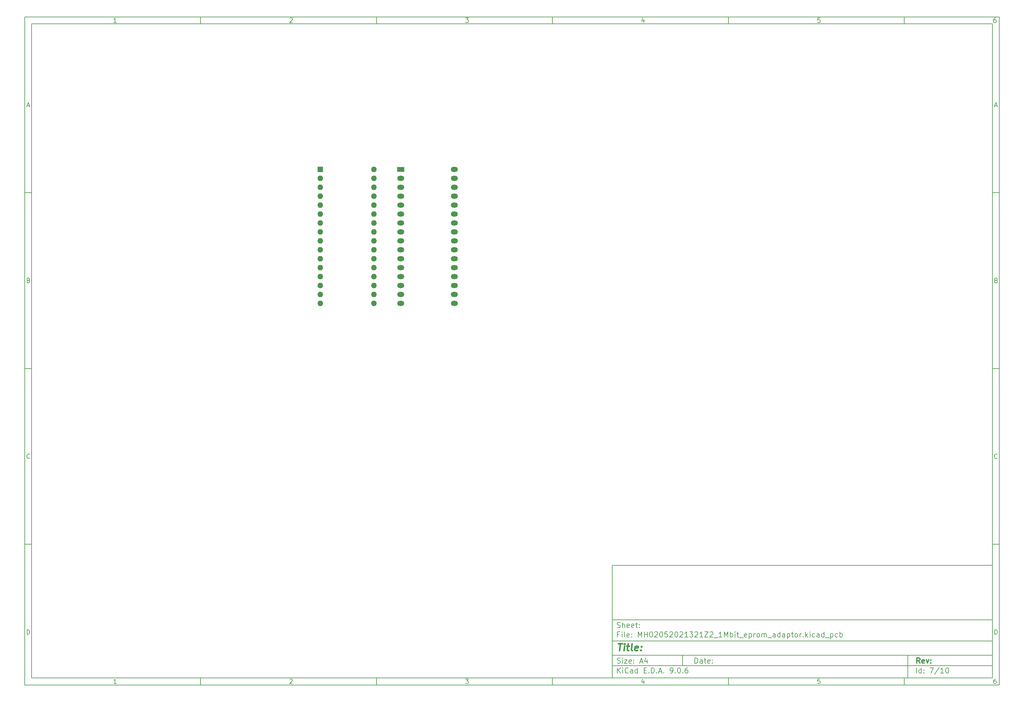
<source format=gbr>
%TF.GenerationSoftware,KiCad,Pcbnew,9.0.6*%
%TF.CreationDate,2026-01-11T11:31:53+09:00*%
%TF.ProjectId,MH02052021321Z2_1Mbit_eprom_adaptor,4d483032-3035-4323-9032-313332315a32,rev?*%
%TF.SameCoordinates,Original*%
%TF.FileFunction,Soldermask,Top*%
%TF.FilePolarity,Negative*%
%FSLAX46Y46*%
G04 Gerber Fmt 4.6, Leading zero omitted, Abs format (unit mm)*
G04 Created by KiCad (PCBNEW 9.0.6) date 2026-01-11 11:31:53*
%MOMM*%
%LPD*%
G01*
G04 APERTURE LIST*
%ADD10C,0.100000*%
%ADD11C,0.150000*%
%ADD12C,0.300000*%
%ADD13C,0.400000*%
%ADD14R,1.600000X1.600000*%
%ADD15O,1.600000X1.600000*%
%ADD16R,2.000000X1.440000*%
%ADD17O,2.000000X1.440000*%
G04 APERTURE END LIST*
D10*
D11*
X177002200Y-166007200D02*
X285002200Y-166007200D01*
X285002200Y-198007200D01*
X177002200Y-198007200D01*
X177002200Y-166007200D01*
D10*
D11*
X10000000Y-10000000D02*
X287002200Y-10000000D01*
X287002200Y-200007200D01*
X10000000Y-200007200D01*
X10000000Y-10000000D01*
D10*
D11*
X12000000Y-12000000D02*
X285002200Y-12000000D01*
X285002200Y-198007200D01*
X12000000Y-198007200D01*
X12000000Y-12000000D01*
D10*
D11*
X60000000Y-12000000D02*
X60000000Y-10000000D01*
D10*
D11*
X110000000Y-12000000D02*
X110000000Y-10000000D01*
D10*
D11*
X160000000Y-12000000D02*
X160000000Y-10000000D01*
D10*
D11*
X210000000Y-12000000D02*
X210000000Y-10000000D01*
D10*
D11*
X260000000Y-12000000D02*
X260000000Y-10000000D01*
D10*
D11*
X36089160Y-11593604D02*
X35346303Y-11593604D01*
X35717731Y-11593604D02*
X35717731Y-10293604D01*
X35717731Y-10293604D02*
X35593922Y-10479319D01*
X35593922Y-10479319D02*
X35470112Y-10603128D01*
X35470112Y-10603128D02*
X35346303Y-10665033D01*
D10*
D11*
X85346303Y-10417414D02*
X85408207Y-10355509D01*
X85408207Y-10355509D02*
X85532017Y-10293604D01*
X85532017Y-10293604D02*
X85841541Y-10293604D01*
X85841541Y-10293604D02*
X85965350Y-10355509D01*
X85965350Y-10355509D02*
X86027255Y-10417414D01*
X86027255Y-10417414D02*
X86089160Y-10541223D01*
X86089160Y-10541223D02*
X86089160Y-10665033D01*
X86089160Y-10665033D02*
X86027255Y-10850747D01*
X86027255Y-10850747D02*
X85284398Y-11593604D01*
X85284398Y-11593604D02*
X86089160Y-11593604D01*
D10*
D11*
X135284398Y-10293604D02*
X136089160Y-10293604D01*
X136089160Y-10293604D02*
X135655826Y-10788842D01*
X135655826Y-10788842D02*
X135841541Y-10788842D01*
X135841541Y-10788842D02*
X135965350Y-10850747D01*
X135965350Y-10850747D02*
X136027255Y-10912652D01*
X136027255Y-10912652D02*
X136089160Y-11036461D01*
X136089160Y-11036461D02*
X136089160Y-11345985D01*
X136089160Y-11345985D02*
X136027255Y-11469795D01*
X136027255Y-11469795D02*
X135965350Y-11531700D01*
X135965350Y-11531700D02*
X135841541Y-11593604D01*
X135841541Y-11593604D02*
X135470112Y-11593604D01*
X135470112Y-11593604D02*
X135346303Y-11531700D01*
X135346303Y-11531700D02*
X135284398Y-11469795D01*
D10*
D11*
X185965350Y-10726938D02*
X185965350Y-11593604D01*
X185655826Y-10231700D02*
X185346303Y-11160271D01*
X185346303Y-11160271D02*
X186151064Y-11160271D01*
D10*
D11*
X236027255Y-10293604D02*
X235408207Y-10293604D01*
X235408207Y-10293604D02*
X235346303Y-10912652D01*
X235346303Y-10912652D02*
X235408207Y-10850747D01*
X235408207Y-10850747D02*
X235532017Y-10788842D01*
X235532017Y-10788842D02*
X235841541Y-10788842D01*
X235841541Y-10788842D02*
X235965350Y-10850747D01*
X235965350Y-10850747D02*
X236027255Y-10912652D01*
X236027255Y-10912652D02*
X236089160Y-11036461D01*
X236089160Y-11036461D02*
X236089160Y-11345985D01*
X236089160Y-11345985D02*
X236027255Y-11469795D01*
X236027255Y-11469795D02*
X235965350Y-11531700D01*
X235965350Y-11531700D02*
X235841541Y-11593604D01*
X235841541Y-11593604D02*
X235532017Y-11593604D01*
X235532017Y-11593604D02*
X235408207Y-11531700D01*
X235408207Y-11531700D02*
X235346303Y-11469795D01*
D10*
D11*
X285965350Y-10293604D02*
X285717731Y-10293604D01*
X285717731Y-10293604D02*
X285593922Y-10355509D01*
X285593922Y-10355509D02*
X285532017Y-10417414D01*
X285532017Y-10417414D02*
X285408207Y-10603128D01*
X285408207Y-10603128D02*
X285346303Y-10850747D01*
X285346303Y-10850747D02*
X285346303Y-11345985D01*
X285346303Y-11345985D02*
X285408207Y-11469795D01*
X285408207Y-11469795D02*
X285470112Y-11531700D01*
X285470112Y-11531700D02*
X285593922Y-11593604D01*
X285593922Y-11593604D02*
X285841541Y-11593604D01*
X285841541Y-11593604D02*
X285965350Y-11531700D01*
X285965350Y-11531700D02*
X286027255Y-11469795D01*
X286027255Y-11469795D02*
X286089160Y-11345985D01*
X286089160Y-11345985D02*
X286089160Y-11036461D01*
X286089160Y-11036461D02*
X286027255Y-10912652D01*
X286027255Y-10912652D02*
X285965350Y-10850747D01*
X285965350Y-10850747D02*
X285841541Y-10788842D01*
X285841541Y-10788842D02*
X285593922Y-10788842D01*
X285593922Y-10788842D02*
X285470112Y-10850747D01*
X285470112Y-10850747D02*
X285408207Y-10912652D01*
X285408207Y-10912652D02*
X285346303Y-11036461D01*
D10*
D11*
X60000000Y-198007200D02*
X60000000Y-200007200D01*
D10*
D11*
X110000000Y-198007200D02*
X110000000Y-200007200D01*
D10*
D11*
X160000000Y-198007200D02*
X160000000Y-200007200D01*
D10*
D11*
X210000000Y-198007200D02*
X210000000Y-200007200D01*
D10*
D11*
X260000000Y-198007200D02*
X260000000Y-200007200D01*
D10*
D11*
X36089160Y-199600804D02*
X35346303Y-199600804D01*
X35717731Y-199600804D02*
X35717731Y-198300804D01*
X35717731Y-198300804D02*
X35593922Y-198486519D01*
X35593922Y-198486519D02*
X35470112Y-198610328D01*
X35470112Y-198610328D02*
X35346303Y-198672233D01*
D10*
D11*
X85346303Y-198424614D02*
X85408207Y-198362709D01*
X85408207Y-198362709D02*
X85532017Y-198300804D01*
X85532017Y-198300804D02*
X85841541Y-198300804D01*
X85841541Y-198300804D02*
X85965350Y-198362709D01*
X85965350Y-198362709D02*
X86027255Y-198424614D01*
X86027255Y-198424614D02*
X86089160Y-198548423D01*
X86089160Y-198548423D02*
X86089160Y-198672233D01*
X86089160Y-198672233D02*
X86027255Y-198857947D01*
X86027255Y-198857947D02*
X85284398Y-199600804D01*
X85284398Y-199600804D02*
X86089160Y-199600804D01*
D10*
D11*
X135284398Y-198300804D02*
X136089160Y-198300804D01*
X136089160Y-198300804D02*
X135655826Y-198796042D01*
X135655826Y-198796042D02*
X135841541Y-198796042D01*
X135841541Y-198796042D02*
X135965350Y-198857947D01*
X135965350Y-198857947D02*
X136027255Y-198919852D01*
X136027255Y-198919852D02*
X136089160Y-199043661D01*
X136089160Y-199043661D02*
X136089160Y-199353185D01*
X136089160Y-199353185D02*
X136027255Y-199476995D01*
X136027255Y-199476995D02*
X135965350Y-199538900D01*
X135965350Y-199538900D02*
X135841541Y-199600804D01*
X135841541Y-199600804D02*
X135470112Y-199600804D01*
X135470112Y-199600804D02*
X135346303Y-199538900D01*
X135346303Y-199538900D02*
X135284398Y-199476995D01*
D10*
D11*
X185965350Y-198734138D02*
X185965350Y-199600804D01*
X185655826Y-198238900D02*
X185346303Y-199167471D01*
X185346303Y-199167471D02*
X186151064Y-199167471D01*
D10*
D11*
X236027255Y-198300804D02*
X235408207Y-198300804D01*
X235408207Y-198300804D02*
X235346303Y-198919852D01*
X235346303Y-198919852D02*
X235408207Y-198857947D01*
X235408207Y-198857947D02*
X235532017Y-198796042D01*
X235532017Y-198796042D02*
X235841541Y-198796042D01*
X235841541Y-198796042D02*
X235965350Y-198857947D01*
X235965350Y-198857947D02*
X236027255Y-198919852D01*
X236027255Y-198919852D02*
X236089160Y-199043661D01*
X236089160Y-199043661D02*
X236089160Y-199353185D01*
X236089160Y-199353185D02*
X236027255Y-199476995D01*
X236027255Y-199476995D02*
X235965350Y-199538900D01*
X235965350Y-199538900D02*
X235841541Y-199600804D01*
X235841541Y-199600804D02*
X235532017Y-199600804D01*
X235532017Y-199600804D02*
X235408207Y-199538900D01*
X235408207Y-199538900D02*
X235346303Y-199476995D01*
D10*
D11*
X285965350Y-198300804D02*
X285717731Y-198300804D01*
X285717731Y-198300804D02*
X285593922Y-198362709D01*
X285593922Y-198362709D02*
X285532017Y-198424614D01*
X285532017Y-198424614D02*
X285408207Y-198610328D01*
X285408207Y-198610328D02*
X285346303Y-198857947D01*
X285346303Y-198857947D02*
X285346303Y-199353185D01*
X285346303Y-199353185D02*
X285408207Y-199476995D01*
X285408207Y-199476995D02*
X285470112Y-199538900D01*
X285470112Y-199538900D02*
X285593922Y-199600804D01*
X285593922Y-199600804D02*
X285841541Y-199600804D01*
X285841541Y-199600804D02*
X285965350Y-199538900D01*
X285965350Y-199538900D02*
X286027255Y-199476995D01*
X286027255Y-199476995D02*
X286089160Y-199353185D01*
X286089160Y-199353185D02*
X286089160Y-199043661D01*
X286089160Y-199043661D02*
X286027255Y-198919852D01*
X286027255Y-198919852D02*
X285965350Y-198857947D01*
X285965350Y-198857947D02*
X285841541Y-198796042D01*
X285841541Y-198796042D02*
X285593922Y-198796042D01*
X285593922Y-198796042D02*
X285470112Y-198857947D01*
X285470112Y-198857947D02*
X285408207Y-198919852D01*
X285408207Y-198919852D02*
X285346303Y-199043661D01*
D10*
D11*
X10000000Y-60000000D02*
X12000000Y-60000000D01*
D10*
D11*
X10000000Y-110000000D02*
X12000000Y-110000000D01*
D10*
D11*
X10000000Y-160000000D02*
X12000000Y-160000000D01*
D10*
D11*
X10690476Y-35222176D02*
X11309523Y-35222176D01*
X10566666Y-35593604D02*
X10999999Y-34293604D01*
X10999999Y-34293604D02*
X11433333Y-35593604D01*
D10*
D11*
X11092857Y-84912652D02*
X11278571Y-84974557D01*
X11278571Y-84974557D02*
X11340476Y-85036461D01*
X11340476Y-85036461D02*
X11402380Y-85160271D01*
X11402380Y-85160271D02*
X11402380Y-85345985D01*
X11402380Y-85345985D02*
X11340476Y-85469795D01*
X11340476Y-85469795D02*
X11278571Y-85531700D01*
X11278571Y-85531700D02*
X11154761Y-85593604D01*
X11154761Y-85593604D02*
X10659523Y-85593604D01*
X10659523Y-85593604D02*
X10659523Y-84293604D01*
X10659523Y-84293604D02*
X11092857Y-84293604D01*
X11092857Y-84293604D02*
X11216666Y-84355509D01*
X11216666Y-84355509D02*
X11278571Y-84417414D01*
X11278571Y-84417414D02*
X11340476Y-84541223D01*
X11340476Y-84541223D02*
X11340476Y-84665033D01*
X11340476Y-84665033D02*
X11278571Y-84788842D01*
X11278571Y-84788842D02*
X11216666Y-84850747D01*
X11216666Y-84850747D02*
X11092857Y-84912652D01*
X11092857Y-84912652D02*
X10659523Y-84912652D01*
D10*
D11*
X11402380Y-135469795D02*
X11340476Y-135531700D01*
X11340476Y-135531700D02*
X11154761Y-135593604D01*
X11154761Y-135593604D02*
X11030952Y-135593604D01*
X11030952Y-135593604D02*
X10845238Y-135531700D01*
X10845238Y-135531700D02*
X10721428Y-135407890D01*
X10721428Y-135407890D02*
X10659523Y-135284080D01*
X10659523Y-135284080D02*
X10597619Y-135036461D01*
X10597619Y-135036461D02*
X10597619Y-134850747D01*
X10597619Y-134850747D02*
X10659523Y-134603128D01*
X10659523Y-134603128D02*
X10721428Y-134479319D01*
X10721428Y-134479319D02*
X10845238Y-134355509D01*
X10845238Y-134355509D02*
X11030952Y-134293604D01*
X11030952Y-134293604D02*
X11154761Y-134293604D01*
X11154761Y-134293604D02*
X11340476Y-134355509D01*
X11340476Y-134355509D02*
X11402380Y-134417414D01*
D10*
D11*
X10659523Y-185593604D02*
X10659523Y-184293604D01*
X10659523Y-184293604D02*
X10969047Y-184293604D01*
X10969047Y-184293604D02*
X11154761Y-184355509D01*
X11154761Y-184355509D02*
X11278571Y-184479319D01*
X11278571Y-184479319D02*
X11340476Y-184603128D01*
X11340476Y-184603128D02*
X11402380Y-184850747D01*
X11402380Y-184850747D02*
X11402380Y-185036461D01*
X11402380Y-185036461D02*
X11340476Y-185284080D01*
X11340476Y-185284080D02*
X11278571Y-185407890D01*
X11278571Y-185407890D02*
X11154761Y-185531700D01*
X11154761Y-185531700D02*
X10969047Y-185593604D01*
X10969047Y-185593604D02*
X10659523Y-185593604D01*
D10*
D11*
X287002200Y-60000000D02*
X285002200Y-60000000D01*
D10*
D11*
X287002200Y-110000000D02*
X285002200Y-110000000D01*
D10*
D11*
X287002200Y-160000000D02*
X285002200Y-160000000D01*
D10*
D11*
X285692676Y-35222176D02*
X286311723Y-35222176D01*
X285568866Y-35593604D02*
X286002199Y-34293604D01*
X286002199Y-34293604D02*
X286435533Y-35593604D01*
D10*
D11*
X286095057Y-84912652D02*
X286280771Y-84974557D01*
X286280771Y-84974557D02*
X286342676Y-85036461D01*
X286342676Y-85036461D02*
X286404580Y-85160271D01*
X286404580Y-85160271D02*
X286404580Y-85345985D01*
X286404580Y-85345985D02*
X286342676Y-85469795D01*
X286342676Y-85469795D02*
X286280771Y-85531700D01*
X286280771Y-85531700D02*
X286156961Y-85593604D01*
X286156961Y-85593604D02*
X285661723Y-85593604D01*
X285661723Y-85593604D02*
X285661723Y-84293604D01*
X285661723Y-84293604D02*
X286095057Y-84293604D01*
X286095057Y-84293604D02*
X286218866Y-84355509D01*
X286218866Y-84355509D02*
X286280771Y-84417414D01*
X286280771Y-84417414D02*
X286342676Y-84541223D01*
X286342676Y-84541223D02*
X286342676Y-84665033D01*
X286342676Y-84665033D02*
X286280771Y-84788842D01*
X286280771Y-84788842D02*
X286218866Y-84850747D01*
X286218866Y-84850747D02*
X286095057Y-84912652D01*
X286095057Y-84912652D02*
X285661723Y-84912652D01*
D10*
D11*
X286404580Y-135469795D02*
X286342676Y-135531700D01*
X286342676Y-135531700D02*
X286156961Y-135593604D01*
X286156961Y-135593604D02*
X286033152Y-135593604D01*
X286033152Y-135593604D02*
X285847438Y-135531700D01*
X285847438Y-135531700D02*
X285723628Y-135407890D01*
X285723628Y-135407890D02*
X285661723Y-135284080D01*
X285661723Y-135284080D02*
X285599819Y-135036461D01*
X285599819Y-135036461D02*
X285599819Y-134850747D01*
X285599819Y-134850747D02*
X285661723Y-134603128D01*
X285661723Y-134603128D02*
X285723628Y-134479319D01*
X285723628Y-134479319D02*
X285847438Y-134355509D01*
X285847438Y-134355509D02*
X286033152Y-134293604D01*
X286033152Y-134293604D02*
X286156961Y-134293604D01*
X286156961Y-134293604D02*
X286342676Y-134355509D01*
X286342676Y-134355509D02*
X286404580Y-134417414D01*
D10*
D11*
X285661723Y-185593604D02*
X285661723Y-184293604D01*
X285661723Y-184293604D02*
X285971247Y-184293604D01*
X285971247Y-184293604D02*
X286156961Y-184355509D01*
X286156961Y-184355509D02*
X286280771Y-184479319D01*
X286280771Y-184479319D02*
X286342676Y-184603128D01*
X286342676Y-184603128D02*
X286404580Y-184850747D01*
X286404580Y-184850747D02*
X286404580Y-185036461D01*
X286404580Y-185036461D02*
X286342676Y-185284080D01*
X286342676Y-185284080D02*
X286280771Y-185407890D01*
X286280771Y-185407890D02*
X286156961Y-185531700D01*
X286156961Y-185531700D02*
X285971247Y-185593604D01*
X285971247Y-185593604D02*
X285661723Y-185593604D01*
D10*
D11*
X200458026Y-193793328D02*
X200458026Y-192293328D01*
X200458026Y-192293328D02*
X200815169Y-192293328D01*
X200815169Y-192293328D02*
X201029455Y-192364757D01*
X201029455Y-192364757D02*
X201172312Y-192507614D01*
X201172312Y-192507614D02*
X201243741Y-192650471D01*
X201243741Y-192650471D02*
X201315169Y-192936185D01*
X201315169Y-192936185D02*
X201315169Y-193150471D01*
X201315169Y-193150471D02*
X201243741Y-193436185D01*
X201243741Y-193436185D02*
X201172312Y-193579042D01*
X201172312Y-193579042D02*
X201029455Y-193721900D01*
X201029455Y-193721900D02*
X200815169Y-193793328D01*
X200815169Y-193793328D02*
X200458026Y-193793328D01*
X202600884Y-193793328D02*
X202600884Y-193007614D01*
X202600884Y-193007614D02*
X202529455Y-192864757D01*
X202529455Y-192864757D02*
X202386598Y-192793328D01*
X202386598Y-192793328D02*
X202100884Y-192793328D01*
X202100884Y-192793328D02*
X201958026Y-192864757D01*
X202600884Y-193721900D02*
X202458026Y-193793328D01*
X202458026Y-193793328D02*
X202100884Y-193793328D01*
X202100884Y-193793328D02*
X201958026Y-193721900D01*
X201958026Y-193721900D02*
X201886598Y-193579042D01*
X201886598Y-193579042D02*
X201886598Y-193436185D01*
X201886598Y-193436185D02*
X201958026Y-193293328D01*
X201958026Y-193293328D02*
X202100884Y-193221900D01*
X202100884Y-193221900D02*
X202458026Y-193221900D01*
X202458026Y-193221900D02*
X202600884Y-193150471D01*
X203100884Y-192793328D02*
X203672312Y-192793328D01*
X203315169Y-192293328D02*
X203315169Y-193579042D01*
X203315169Y-193579042D02*
X203386598Y-193721900D01*
X203386598Y-193721900D02*
X203529455Y-193793328D01*
X203529455Y-193793328D02*
X203672312Y-193793328D01*
X204743741Y-193721900D02*
X204600884Y-193793328D01*
X204600884Y-193793328D02*
X204315170Y-193793328D01*
X204315170Y-193793328D02*
X204172312Y-193721900D01*
X204172312Y-193721900D02*
X204100884Y-193579042D01*
X204100884Y-193579042D02*
X204100884Y-193007614D01*
X204100884Y-193007614D02*
X204172312Y-192864757D01*
X204172312Y-192864757D02*
X204315170Y-192793328D01*
X204315170Y-192793328D02*
X204600884Y-192793328D01*
X204600884Y-192793328D02*
X204743741Y-192864757D01*
X204743741Y-192864757D02*
X204815170Y-193007614D01*
X204815170Y-193007614D02*
X204815170Y-193150471D01*
X204815170Y-193150471D02*
X204100884Y-193293328D01*
X205458026Y-193650471D02*
X205529455Y-193721900D01*
X205529455Y-193721900D02*
X205458026Y-193793328D01*
X205458026Y-193793328D02*
X205386598Y-193721900D01*
X205386598Y-193721900D02*
X205458026Y-193650471D01*
X205458026Y-193650471D02*
X205458026Y-193793328D01*
X205458026Y-192864757D02*
X205529455Y-192936185D01*
X205529455Y-192936185D02*
X205458026Y-193007614D01*
X205458026Y-193007614D02*
X205386598Y-192936185D01*
X205386598Y-192936185D02*
X205458026Y-192864757D01*
X205458026Y-192864757D02*
X205458026Y-193007614D01*
D10*
D11*
X177002200Y-194507200D02*
X285002200Y-194507200D01*
D10*
D11*
X178458026Y-196593328D02*
X178458026Y-195093328D01*
X179315169Y-196593328D02*
X178672312Y-195736185D01*
X179315169Y-195093328D02*
X178458026Y-195950471D01*
X179958026Y-196593328D02*
X179958026Y-195593328D01*
X179958026Y-195093328D02*
X179886598Y-195164757D01*
X179886598Y-195164757D02*
X179958026Y-195236185D01*
X179958026Y-195236185D02*
X180029455Y-195164757D01*
X180029455Y-195164757D02*
X179958026Y-195093328D01*
X179958026Y-195093328D02*
X179958026Y-195236185D01*
X181529455Y-196450471D02*
X181458027Y-196521900D01*
X181458027Y-196521900D02*
X181243741Y-196593328D01*
X181243741Y-196593328D02*
X181100884Y-196593328D01*
X181100884Y-196593328D02*
X180886598Y-196521900D01*
X180886598Y-196521900D02*
X180743741Y-196379042D01*
X180743741Y-196379042D02*
X180672312Y-196236185D01*
X180672312Y-196236185D02*
X180600884Y-195950471D01*
X180600884Y-195950471D02*
X180600884Y-195736185D01*
X180600884Y-195736185D02*
X180672312Y-195450471D01*
X180672312Y-195450471D02*
X180743741Y-195307614D01*
X180743741Y-195307614D02*
X180886598Y-195164757D01*
X180886598Y-195164757D02*
X181100884Y-195093328D01*
X181100884Y-195093328D02*
X181243741Y-195093328D01*
X181243741Y-195093328D02*
X181458027Y-195164757D01*
X181458027Y-195164757D02*
X181529455Y-195236185D01*
X182815170Y-196593328D02*
X182815170Y-195807614D01*
X182815170Y-195807614D02*
X182743741Y-195664757D01*
X182743741Y-195664757D02*
X182600884Y-195593328D01*
X182600884Y-195593328D02*
X182315170Y-195593328D01*
X182315170Y-195593328D02*
X182172312Y-195664757D01*
X182815170Y-196521900D02*
X182672312Y-196593328D01*
X182672312Y-196593328D02*
X182315170Y-196593328D01*
X182315170Y-196593328D02*
X182172312Y-196521900D01*
X182172312Y-196521900D02*
X182100884Y-196379042D01*
X182100884Y-196379042D02*
X182100884Y-196236185D01*
X182100884Y-196236185D02*
X182172312Y-196093328D01*
X182172312Y-196093328D02*
X182315170Y-196021900D01*
X182315170Y-196021900D02*
X182672312Y-196021900D01*
X182672312Y-196021900D02*
X182815170Y-195950471D01*
X184172313Y-196593328D02*
X184172313Y-195093328D01*
X184172313Y-196521900D02*
X184029455Y-196593328D01*
X184029455Y-196593328D02*
X183743741Y-196593328D01*
X183743741Y-196593328D02*
X183600884Y-196521900D01*
X183600884Y-196521900D02*
X183529455Y-196450471D01*
X183529455Y-196450471D02*
X183458027Y-196307614D01*
X183458027Y-196307614D02*
X183458027Y-195879042D01*
X183458027Y-195879042D02*
X183529455Y-195736185D01*
X183529455Y-195736185D02*
X183600884Y-195664757D01*
X183600884Y-195664757D02*
X183743741Y-195593328D01*
X183743741Y-195593328D02*
X184029455Y-195593328D01*
X184029455Y-195593328D02*
X184172313Y-195664757D01*
X186029455Y-195807614D02*
X186529455Y-195807614D01*
X186743741Y-196593328D02*
X186029455Y-196593328D01*
X186029455Y-196593328D02*
X186029455Y-195093328D01*
X186029455Y-195093328D02*
X186743741Y-195093328D01*
X187386598Y-196450471D02*
X187458027Y-196521900D01*
X187458027Y-196521900D02*
X187386598Y-196593328D01*
X187386598Y-196593328D02*
X187315170Y-196521900D01*
X187315170Y-196521900D02*
X187386598Y-196450471D01*
X187386598Y-196450471D02*
X187386598Y-196593328D01*
X188100884Y-196593328D02*
X188100884Y-195093328D01*
X188100884Y-195093328D02*
X188458027Y-195093328D01*
X188458027Y-195093328D02*
X188672313Y-195164757D01*
X188672313Y-195164757D02*
X188815170Y-195307614D01*
X188815170Y-195307614D02*
X188886599Y-195450471D01*
X188886599Y-195450471D02*
X188958027Y-195736185D01*
X188958027Y-195736185D02*
X188958027Y-195950471D01*
X188958027Y-195950471D02*
X188886599Y-196236185D01*
X188886599Y-196236185D02*
X188815170Y-196379042D01*
X188815170Y-196379042D02*
X188672313Y-196521900D01*
X188672313Y-196521900D02*
X188458027Y-196593328D01*
X188458027Y-196593328D02*
X188100884Y-196593328D01*
X189600884Y-196450471D02*
X189672313Y-196521900D01*
X189672313Y-196521900D02*
X189600884Y-196593328D01*
X189600884Y-196593328D02*
X189529456Y-196521900D01*
X189529456Y-196521900D02*
X189600884Y-196450471D01*
X189600884Y-196450471D02*
X189600884Y-196593328D01*
X190243742Y-196164757D02*
X190958028Y-196164757D01*
X190100885Y-196593328D02*
X190600885Y-195093328D01*
X190600885Y-195093328D02*
X191100885Y-196593328D01*
X191600884Y-196450471D02*
X191672313Y-196521900D01*
X191672313Y-196521900D02*
X191600884Y-196593328D01*
X191600884Y-196593328D02*
X191529456Y-196521900D01*
X191529456Y-196521900D02*
X191600884Y-196450471D01*
X191600884Y-196450471D02*
X191600884Y-196593328D01*
X193529456Y-196593328D02*
X193815170Y-196593328D01*
X193815170Y-196593328D02*
X193958027Y-196521900D01*
X193958027Y-196521900D02*
X194029456Y-196450471D01*
X194029456Y-196450471D02*
X194172313Y-196236185D01*
X194172313Y-196236185D02*
X194243742Y-195950471D01*
X194243742Y-195950471D02*
X194243742Y-195379042D01*
X194243742Y-195379042D02*
X194172313Y-195236185D01*
X194172313Y-195236185D02*
X194100885Y-195164757D01*
X194100885Y-195164757D02*
X193958027Y-195093328D01*
X193958027Y-195093328D02*
X193672313Y-195093328D01*
X193672313Y-195093328D02*
X193529456Y-195164757D01*
X193529456Y-195164757D02*
X193458027Y-195236185D01*
X193458027Y-195236185D02*
X193386599Y-195379042D01*
X193386599Y-195379042D02*
X193386599Y-195736185D01*
X193386599Y-195736185D02*
X193458027Y-195879042D01*
X193458027Y-195879042D02*
X193529456Y-195950471D01*
X193529456Y-195950471D02*
X193672313Y-196021900D01*
X193672313Y-196021900D02*
X193958027Y-196021900D01*
X193958027Y-196021900D02*
X194100885Y-195950471D01*
X194100885Y-195950471D02*
X194172313Y-195879042D01*
X194172313Y-195879042D02*
X194243742Y-195736185D01*
X194886598Y-196450471D02*
X194958027Y-196521900D01*
X194958027Y-196521900D02*
X194886598Y-196593328D01*
X194886598Y-196593328D02*
X194815170Y-196521900D01*
X194815170Y-196521900D02*
X194886598Y-196450471D01*
X194886598Y-196450471D02*
X194886598Y-196593328D01*
X195886599Y-195093328D02*
X196029456Y-195093328D01*
X196029456Y-195093328D02*
X196172313Y-195164757D01*
X196172313Y-195164757D02*
X196243742Y-195236185D01*
X196243742Y-195236185D02*
X196315170Y-195379042D01*
X196315170Y-195379042D02*
X196386599Y-195664757D01*
X196386599Y-195664757D02*
X196386599Y-196021900D01*
X196386599Y-196021900D02*
X196315170Y-196307614D01*
X196315170Y-196307614D02*
X196243742Y-196450471D01*
X196243742Y-196450471D02*
X196172313Y-196521900D01*
X196172313Y-196521900D02*
X196029456Y-196593328D01*
X196029456Y-196593328D02*
X195886599Y-196593328D01*
X195886599Y-196593328D02*
X195743742Y-196521900D01*
X195743742Y-196521900D02*
X195672313Y-196450471D01*
X195672313Y-196450471D02*
X195600884Y-196307614D01*
X195600884Y-196307614D02*
X195529456Y-196021900D01*
X195529456Y-196021900D02*
X195529456Y-195664757D01*
X195529456Y-195664757D02*
X195600884Y-195379042D01*
X195600884Y-195379042D02*
X195672313Y-195236185D01*
X195672313Y-195236185D02*
X195743742Y-195164757D01*
X195743742Y-195164757D02*
X195886599Y-195093328D01*
X197029455Y-196450471D02*
X197100884Y-196521900D01*
X197100884Y-196521900D02*
X197029455Y-196593328D01*
X197029455Y-196593328D02*
X196958027Y-196521900D01*
X196958027Y-196521900D02*
X197029455Y-196450471D01*
X197029455Y-196450471D02*
X197029455Y-196593328D01*
X198386599Y-195093328D02*
X198100884Y-195093328D01*
X198100884Y-195093328D02*
X197958027Y-195164757D01*
X197958027Y-195164757D02*
X197886599Y-195236185D01*
X197886599Y-195236185D02*
X197743741Y-195450471D01*
X197743741Y-195450471D02*
X197672313Y-195736185D01*
X197672313Y-195736185D02*
X197672313Y-196307614D01*
X197672313Y-196307614D02*
X197743741Y-196450471D01*
X197743741Y-196450471D02*
X197815170Y-196521900D01*
X197815170Y-196521900D02*
X197958027Y-196593328D01*
X197958027Y-196593328D02*
X198243741Y-196593328D01*
X198243741Y-196593328D02*
X198386599Y-196521900D01*
X198386599Y-196521900D02*
X198458027Y-196450471D01*
X198458027Y-196450471D02*
X198529456Y-196307614D01*
X198529456Y-196307614D02*
X198529456Y-195950471D01*
X198529456Y-195950471D02*
X198458027Y-195807614D01*
X198458027Y-195807614D02*
X198386599Y-195736185D01*
X198386599Y-195736185D02*
X198243741Y-195664757D01*
X198243741Y-195664757D02*
X197958027Y-195664757D01*
X197958027Y-195664757D02*
X197815170Y-195736185D01*
X197815170Y-195736185D02*
X197743741Y-195807614D01*
X197743741Y-195807614D02*
X197672313Y-195950471D01*
D10*
D11*
X177002200Y-191507200D02*
X285002200Y-191507200D01*
D10*
D12*
X264413853Y-193785528D02*
X263913853Y-193071242D01*
X263556710Y-193785528D02*
X263556710Y-192285528D01*
X263556710Y-192285528D02*
X264128139Y-192285528D01*
X264128139Y-192285528D02*
X264270996Y-192356957D01*
X264270996Y-192356957D02*
X264342425Y-192428385D01*
X264342425Y-192428385D02*
X264413853Y-192571242D01*
X264413853Y-192571242D02*
X264413853Y-192785528D01*
X264413853Y-192785528D02*
X264342425Y-192928385D01*
X264342425Y-192928385D02*
X264270996Y-192999814D01*
X264270996Y-192999814D02*
X264128139Y-193071242D01*
X264128139Y-193071242D02*
X263556710Y-193071242D01*
X265628139Y-193714100D02*
X265485282Y-193785528D01*
X265485282Y-193785528D02*
X265199568Y-193785528D01*
X265199568Y-193785528D02*
X265056710Y-193714100D01*
X265056710Y-193714100D02*
X264985282Y-193571242D01*
X264985282Y-193571242D02*
X264985282Y-192999814D01*
X264985282Y-192999814D02*
X265056710Y-192856957D01*
X265056710Y-192856957D02*
X265199568Y-192785528D01*
X265199568Y-192785528D02*
X265485282Y-192785528D01*
X265485282Y-192785528D02*
X265628139Y-192856957D01*
X265628139Y-192856957D02*
X265699568Y-192999814D01*
X265699568Y-192999814D02*
X265699568Y-193142671D01*
X265699568Y-193142671D02*
X264985282Y-193285528D01*
X266199567Y-192785528D02*
X266556710Y-193785528D01*
X266556710Y-193785528D02*
X266913853Y-192785528D01*
X267485281Y-193642671D02*
X267556710Y-193714100D01*
X267556710Y-193714100D02*
X267485281Y-193785528D01*
X267485281Y-193785528D02*
X267413853Y-193714100D01*
X267413853Y-193714100D02*
X267485281Y-193642671D01*
X267485281Y-193642671D02*
X267485281Y-193785528D01*
X267485281Y-192856957D02*
X267556710Y-192928385D01*
X267556710Y-192928385D02*
X267485281Y-192999814D01*
X267485281Y-192999814D02*
X267413853Y-192928385D01*
X267413853Y-192928385D02*
X267485281Y-192856957D01*
X267485281Y-192856957D02*
X267485281Y-192999814D01*
D10*
D11*
X178386598Y-193721900D02*
X178600884Y-193793328D01*
X178600884Y-193793328D02*
X178958026Y-193793328D01*
X178958026Y-193793328D02*
X179100884Y-193721900D01*
X179100884Y-193721900D02*
X179172312Y-193650471D01*
X179172312Y-193650471D02*
X179243741Y-193507614D01*
X179243741Y-193507614D02*
X179243741Y-193364757D01*
X179243741Y-193364757D02*
X179172312Y-193221900D01*
X179172312Y-193221900D02*
X179100884Y-193150471D01*
X179100884Y-193150471D02*
X178958026Y-193079042D01*
X178958026Y-193079042D02*
X178672312Y-193007614D01*
X178672312Y-193007614D02*
X178529455Y-192936185D01*
X178529455Y-192936185D02*
X178458026Y-192864757D01*
X178458026Y-192864757D02*
X178386598Y-192721900D01*
X178386598Y-192721900D02*
X178386598Y-192579042D01*
X178386598Y-192579042D02*
X178458026Y-192436185D01*
X178458026Y-192436185D02*
X178529455Y-192364757D01*
X178529455Y-192364757D02*
X178672312Y-192293328D01*
X178672312Y-192293328D02*
X179029455Y-192293328D01*
X179029455Y-192293328D02*
X179243741Y-192364757D01*
X179886597Y-193793328D02*
X179886597Y-192793328D01*
X179886597Y-192293328D02*
X179815169Y-192364757D01*
X179815169Y-192364757D02*
X179886597Y-192436185D01*
X179886597Y-192436185D02*
X179958026Y-192364757D01*
X179958026Y-192364757D02*
X179886597Y-192293328D01*
X179886597Y-192293328D02*
X179886597Y-192436185D01*
X180458026Y-192793328D02*
X181243741Y-192793328D01*
X181243741Y-192793328D02*
X180458026Y-193793328D01*
X180458026Y-193793328D02*
X181243741Y-193793328D01*
X182386598Y-193721900D02*
X182243741Y-193793328D01*
X182243741Y-193793328D02*
X181958027Y-193793328D01*
X181958027Y-193793328D02*
X181815169Y-193721900D01*
X181815169Y-193721900D02*
X181743741Y-193579042D01*
X181743741Y-193579042D02*
X181743741Y-193007614D01*
X181743741Y-193007614D02*
X181815169Y-192864757D01*
X181815169Y-192864757D02*
X181958027Y-192793328D01*
X181958027Y-192793328D02*
X182243741Y-192793328D01*
X182243741Y-192793328D02*
X182386598Y-192864757D01*
X182386598Y-192864757D02*
X182458027Y-193007614D01*
X182458027Y-193007614D02*
X182458027Y-193150471D01*
X182458027Y-193150471D02*
X181743741Y-193293328D01*
X183100883Y-193650471D02*
X183172312Y-193721900D01*
X183172312Y-193721900D02*
X183100883Y-193793328D01*
X183100883Y-193793328D02*
X183029455Y-193721900D01*
X183029455Y-193721900D02*
X183100883Y-193650471D01*
X183100883Y-193650471D02*
X183100883Y-193793328D01*
X183100883Y-192864757D02*
X183172312Y-192936185D01*
X183172312Y-192936185D02*
X183100883Y-193007614D01*
X183100883Y-193007614D02*
X183029455Y-192936185D01*
X183029455Y-192936185D02*
X183100883Y-192864757D01*
X183100883Y-192864757D02*
X183100883Y-193007614D01*
X184886598Y-193364757D02*
X185600884Y-193364757D01*
X184743741Y-193793328D02*
X185243741Y-192293328D01*
X185243741Y-192293328D02*
X185743741Y-193793328D01*
X186886598Y-192793328D02*
X186886598Y-193793328D01*
X186529455Y-192221900D02*
X186172312Y-193293328D01*
X186172312Y-193293328D02*
X187100883Y-193293328D01*
D10*
D11*
X263458026Y-196593328D02*
X263458026Y-195093328D01*
X264815170Y-196593328D02*
X264815170Y-195093328D01*
X264815170Y-196521900D02*
X264672312Y-196593328D01*
X264672312Y-196593328D02*
X264386598Y-196593328D01*
X264386598Y-196593328D02*
X264243741Y-196521900D01*
X264243741Y-196521900D02*
X264172312Y-196450471D01*
X264172312Y-196450471D02*
X264100884Y-196307614D01*
X264100884Y-196307614D02*
X264100884Y-195879042D01*
X264100884Y-195879042D02*
X264172312Y-195736185D01*
X264172312Y-195736185D02*
X264243741Y-195664757D01*
X264243741Y-195664757D02*
X264386598Y-195593328D01*
X264386598Y-195593328D02*
X264672312Y-195593328D01*
X264672312Y-195593328D02*
X264815170Y-195664757D01*
X265529455Y-196450471D02*
X265600884Y-196521900D01*
X265600884Y-196521900D02*
X265529455Y-196593328D01*
X265529455Y-196593328D02*
X265458027Y-196521900D01*
X265458027Y-196521900D02*
X265529455Y-196450471D01*
X265529455Y-196450471D02*
X265529455Y-196593328D01*
X265529455Y-195664757D02*
X265600884Y-195736185D01*
X265600884Y-195736185D02*
X265529455Y-195807614D01*
X265529455Y-195807614D02*
X265458027Y-195736185D01*
X265458027Y-195736185D02*
X265529455Y-195664757D01*
X265529455Y-195664757D02*
X265529455Y-195807614D01*
X267243741Y-195093328D02*
X268243741Y-195093328D01*
X268243741Y-195093328D02*
X267600884Y-196593328D01*
X269886598Y-195021900D02*
X268600884Y-196950471D01*
X271172313Y-196593328D02*
X270315170Y-196593328D01*
X270743741Y-196593328D02*
X270743741Y-195093328D01*
X270743741Y-195093328D02*
X270600884Y-195307614D01*
X270600884Y-195307614D02*
X270458027Y-195450471D01*
X270458027Y-195450471D02*
X270315170Y-195521900D01*
X272100884Y-195093328D02*
X272243741Y-195093328D01*
X272243741Y-195093328D02*
X272386598Y-195164757D01*
X272386598Y-195164757D02*
X272458027Y-195236185D01*
X272458027Y-195236185D02*
X272529455Y-195379042D01*
X272529455Y-195379042D02*
X272600884Y-195664757D01*
X272600884Y-195664757D02*
X272600884Y-196021900D01*
X272600884Y-196021900D02*
X272529455Y-196307614D01*
X272529455Y-196307614D02*
X272458027Y-196450471D01*
X272458027Y-196450471D02*
X272386598Y-196521900D01*
X272386598Y-196521900D02*
X272243741Y-196593328D01*
X272243741Y-196593328D02*
X272100884Y-196593328D01*
X272100884Y-196593328D02*
X271958027Y-196521900D01*
X271958027Y-196521900D02*
X271886598Y-196450471D01*
X271886598Y-196450471D02*
X271815169Y-196307614D01*
X271815169Y-196307614D02*
X271743741Y-196021900D01*
X271743741Y-196021900D02*
X271743741Y-195664757D01*
X271743741Y-195664757D02*
X271815169Y-195379042D01*
X271815169Y-195379042D02*
X271886598Y-195236185D01*
X271886598Y-195236185D02*
X271958027Y-195164757D01*
X271958027Y-195164757D02*
X272100884Y-195093328D01*
D10*
D11*
X177002200Y-187507200D02*
X285002200Y-187507200D01*
D10*
D13*
X178693928Y-188211638D02*
X179836785Y-188211638D01*
X179015357Y-190211638D02*
X179265357Y-188211638D01*
X180253452Y-190211638D02*
X180420119Y-188878304D01*
X180503452Y-188211638D02*
X180396309Y-188306876D01*
X180396309Y-188306876D02*
X180479643Y-188402114D01*
X180479643Y-188402114D02*
X180586786Y-188306876D01*
X180586786Y-188306876D02*
X180503452Y-188211638D01*
X180503452Y-188211638D02*
X180479643Y-188402114D01*
X181086786Y-188878304D02*
X181848690Y-188878304D01*
X181455833Y-188211638D02*
X181241548Y-189925923D01*
X181241548Y-189925923D02*
X181312976Y-190116400D01*
X181312976Y-190116400D02*
X181491548Y-190211638D01*
X181491548Y-190211638D02*
X181682024Y-190211638D01*
X182634405Y-190211638D02*
X182455833Y-190116400D01*
X182455833Y-190116400D02*
X182384405Y-189925923D01*
X182384405Y-189925923D02*
X182598690Y-188211638D01*
X184170119Y-190116400D02*
X183967738Y-190211638D01*
X183967738Y-190211638D02*
X183586785Y-190211638D01*
X183586785Y-190211638D02*
X183408214Y-190116400D01*
X183408214Y-190116400D02*
X183336785Y-189925923D01*
X183336785Y-189925923D02*
X183432024Y-189164019D01*
X183432024Y-189164019D02*
X183551071Y-188973542D01*
X183551071Y-188973542D02*
X183753452Y-188878304D01*
X183753452Y-188878304D02*
X184134404Y-188878304D01*
X184134404Y-188878304D02*
X184312976Y-188973542D01*
X184312976Y-188973542D02*
X184384404Y-189164019D01*
X184384404Y-189164019D02*
X184360595Y-189354495D01*
X184360595Y-189354495D02*
X183384404Y-189544971D01*
X185134405Y-190021161D02*
X185217738Y-190116400D01*
X185217738Y-190116400D02*
X185110595Y-190211638D01*
X185110595Y-190211638D02*
X185027262Y-190116400D01*
X185027262Y-190116400D02*
X185134405Y-190021161D01*
X185134405Y-190021161D02*
X185110595Y-190211638D01*
X185265357Y-188973542D02*
X185348690Y-189068780D01*
X185348690Y-189068780D02*
X185241548Y-189164019D01*
X185241548Y-189164019D02*
X185158214Y-189068780D01*
X185158214Y-189068780D02*
X185265357Y-188973542D01*
X185265357Y-188973542D02*
X185241548Y-189164019D01*
D10*
D11*
X178958026Y-185607614D02*
X178458026Y-185607614D01*
X178458026Y-186393328D02*
X178458026Y-184893328D01*
X178458026Y-184893328D02*
X179172312Y-184893328D01*
X179743740Y-186393328D02*
X179743740Y-185393328D01*
X179743740Y-184893328D02*
X179672312Y-184964757D01*
X179672312Y-184964757D02*
X179743740Y-185036185D01*
X179743740Y-185036185D02*
X179815169Y-184964757D01*
X179815169Y-184964757D02*
X179743740Y-184893328D01*
X179743740Y-184893328D02*
X179743740Y-185036185D01*
X180672312Y-186393328D02*
X180529455Y-186321900D01*
X180529455Y-186321900D02*
X180458026Y-186179042D01*
X180458026Y-186179042D02*
X180458026Y-184893328D01*
X181815169Y-186321900D02*
X181672312Y-186393328D01*
X181672312Y-186393328D02*
X181386598Y-186393328D01*
X181386598Y-186393328D02*
X181243740Y-186321900D01*
X181243740Y-186321900D02*
X181172312Y-186179042D01*
X181172312Y-186179042D02*
X181172312Y-185607614D01*
X181172312Y-185607614D02*
X181243740Y-185464757D01*
X181243740Y-185464757D02*
X181386598Y-185393328D01*
X181386598Y-185393328D02*
X181672312Y-185393328D01*
X181672312Y-185393328D02*
X181815169Y-185464757D01*
X181815169Y-185464757D02*
X181886598Y-185607614D01*
X181886598Y-185607614D02*
X181886598Y-185750471D01*
X181886598Y-185750471D02*
X181172312Y-185893328D01*
X182529454Y-186250471D02*
X182600883Y-186321900D01*
X182600883Y-186321900D02*
X182529454Y-186393328D01*
X182529454Y-186393328D02*
X182458026Y-186321900D01*
X182458026Y-186321900D02*
X182529454Y-186250471D01*
X182529454Y-186250471D02*
X182529454Y-186393328D01*
X182529454Y-185464757D02*
X182600883Y-185536185D01*
X182600883Y-185536185D02*
X182529454Y-185607614D01*
X182529454Y-185607614D02*
X182458026Y-185536185D01*
X182458026Y-185536185D02*
X182529454Y-185464757D01*
X182529454Y-185464757D02*
X182529454Y-185607614D01*
X184386597Y-186393328D02*
X184386597Y-184893328D01*
X184386597Y-184893328D02*
X184886597Y-185964757D01*
X184886597Y-185964757D02*
X185386597Y-184893328D01*
X185386597Y-184893328D02*
X185386597Y-186393328D01*
X186100883Y-186393328D02*
X186100883Y-184893328D01*
X186100883Y-185607614D02*
X186958026Y-185607614D01*
X186958026Y-186393328D02*
X186958026Y-184893328D01*
X187958027Y-184893328D02*
X188100884Y-184893328D01*
X188100884Y-184893328D02*
X188243741Y-184964757D01*
X188243741Y-184964757D02*
X188315170Y-185036185D01*
X188315170Y-185036185D02*
X188386598Y-185179042D01*
X188386598Y-185179042D02*
X188458027Y-185464757D01*
X188458027Y-185464757D02*
X188458027Y-185821900D01*
X188458027Y-185821900D02*
X188386598Y-186107614D01*
X188386598Y-186107614D02*
X188315170Y-186250471D01*
X188315170Y-186250471D02*
X188243741Y-186321900D01*
X188243741Y-186321900D02*
X188100884Y-186393328D01*
X188100884Y-186393328D02*
X187958027Y-186393328D01*
X187958027Y-186393328D02*
X187815170Y-186321900D01*
X187815170Y-186321900D02*
X187743741Y-186250471D01*
X187743741Y-186250471D02*
X187672312Y-186107614D01*
X187672312Y-186107614D02*
X187600884Y-185821900D01*
X187600884Y-185821900D02*
X187600884Y-185464757D01*
X187600884Y-185464757D02*
X187672312Y-185179042D01*
X187672312Y-185179042D02*
X187743741Y-185036185D01*
X187743741Y-185036185D02*
X187815170Y-184964757D01*
X187815170Y-184964757D02*
X187958027Y-184893328D01*
X189029455Y-185036185D02*
X189100883Y-184964757D01*
X189100883Y-184964757D02*
X189243741Y-184893328D01*
X189243741Y-184893328D02*
X189600883Y-184893328D01*
X189600883Y-184893328D02*
X189743741Y-184964757D01*
X189743741Y-184964757D02*
X189815169Y-185036185D01*
X189815169Y-185036185D02*
X189886598Y-185179042D01*
X189886598Y-185179042D02*
X189886598Y-185321900D01*
X189886598Y-185321900D02*
X189815169Y-185536185D01*
X189815169Y-185536185D02*
X188958026Y-186393328D01*
X188958026Y-186393328D02*
X189886598Y-186393328D01*
X190815169Y-184893328D02*
X190958026Y-184893328D01*
X190958026Y-184893328D02*
X191100883Y-184964757D01*
X191100883Y-184964757D02*
X191172312Y-185036185D01*
X191172312Y-185036185D02*
X191243740Y-185179042D01*
X191243740Y-185179042D02*
X191315169Y-185464757D01*
X191315169Y-185464757D02*
X191315169Y-185821900D01*
X191315169Y-185821900D02*
X191243740Y-186107614D01*
X191243740Y-186107614D02*
X191172312Y-186250471D01*
X191172312Y-186250471D02*
X191100883Y-186321900D01*
X191100883Y-186321900D02*
X190958026Y-186393328D01*
X190958026Y-186393328D02*
X190815169Y-186393328D01*
X190815169Y-186393328D02*
X190672312Y-186321900D01*
X190672312Y-186321900D02*
X190600883Y-186250471D01*
X190600883Y-186250471D02*
X190529454Y-186107614D01*
X190529454Y-186107614D02*
X190458026Y-185821900D01*
X190458026Y-185821900D02*
X190458026Y-185464757D01*
X190458026Y-185464757D02*
X190529454Y-185179042D01*
X190529454Y-185179042D02*
X190600883Y-185036185D01*
X190600883Y-185036185D02*
X190672312Y-184964757D01*
X190672312Y-184964757D02*
X190815169Y-184893328D01*
X192672311Y-184893328D02*
X191958025Y-184893328D01*
X191958025Y-184893328D02*
X191886597Y-185607614D01*
X191886597Y-185607614D02*
X191958025Y-185536185D01*
X191958025Y-185536185D02*
X192100883Y-185464757D01*
X192100883Y-185464757D02*
X192458025Y-185464757D01*
X192458025Y-185464757D02*
X192600883Y-185536185D01*
X192600883Y-185536185D02*
X192672311Y-185607614D01*
X192672311Y-185607614D02*
X192743740Y-185750471D01*
X192743740Y-185750471D02*
X192743740Y-186107614D01*
X192743740Y-186107614D02*
X192672311Y-186250471D01*
X192672311Y-186250471D02*
X192600883Y-186321900D01*
X192600883Y-186321900D02*
X192458025Y-186393328D01*
X192458025Y-186393328D02*
X192100883Y-186393328D01*
X192100883Y-186393328D02*
X191958025Y-186321900D01*
X191958025Y-186321900D02*
X191886597Y-186250471D01*
X193315168Y-185036185D02*
X193386596Y-184964757D01*
X193386596Y-184964757D02*
X193529454Y-184893328D01*
X193529454Y-184893328D02*
X193886596Y-184893328D01*
X193886596Y-184893328D02*
X194029454Y-184964757D01*
X194029454Y-184964757D02*
X194100882Y-185036185D01*
X194100882Y-185036185D02*
X194172311Y-185179042D01*
X194172311Y-185179042D02*
X194172311Y-185321900D01*
X194172311Y-185321900D02*
X194100882Y-185536185D01*
X194100882Y-185536185D02*
X193243739Y-186393328D01*
X193243739Y-186393328D02*
X194172311Y-186393328D01*
X195100882Y-184893328D02*
X195243739Y-184893328D01*
X195243739Y-184893328D02*
X195386596Y-184964757D01*
X195386596Y-184964757D02*
X195458025Y-185036185D01*
X195458025Y-185036185D02*
X195529453Y-185179042D01*
X195529453Y-185179042D02*
X195600882Y-185464757D01*
X195600882Y-185464757D02*
X195600882Y-185821900D01*
X195600882Y-185821900D02*
X195529453Y-186107614D01*
X195529453Y-186107614D02*
X195458025Y-186250471D01*
X195458025Y-186250471D02*
X195386596Y-186321900D01*
X195386596Y-186321900D02*
X195243739Y-186393328D01*
X195243739Y-186393328D02*
X195100882Y-186393328D01*
X195100882Y-186393328D02*
X194958025Y-186321900D01*
X194958025Y-186321900D02*
X194886596Y-186250471D01*
X194886596Y-186250471D02*
X194815167Y-186107614D01*
X194815167Y-186107614D02*
X194743739Y-185821900D01*
X194743739Y-185821900D02*
X194743739Y-185464757D01*
X194743739Y-185464757D02*
X194815167Y-185179042D01*
X194815167Y-185179042D02*
X194886596Y-185036185D01*
X194886596Y-185036185D02*
X194958025Y-184964757D01*
X194958025Y-184964757D02*
X195100882Y-184893328D01*
X196172310Y-185036185D02*
X196243738Y-184964757D01*
X196243738Y-184964757D02*
X196386596Y-184893328D01*
X196386596Y-184893328D02*
X196743738Y-184893328D01*
X196743738Y-184893328D02*
X196886596Y-184964757D01*
X196886596Y-184964757D02*
X196958024Y-185036185D01*
X196958024Y-185036185D02*
X197029453Y-185179042D01*
X197029453Y-185179042D02*
X197029453Y-185321900D01*
X197029453Y-185321900D02*
X196958024Y-185536185D01*
X196958024Y-185536185D02*
X196100881Y-186393328D01*
X196100881Y-186393328D02*
X197029453Y-186393328D01*
X198458024Y-186393328D02*
X197600881Y-186393328D01*
X198029452Y-186393328D02*
X198029452Y-184893328D01*
X198029452Y-184893328D02*
X197886595Y-185107614D01*
X197886595Y-185107614D02*
X197743738Y-185250471D01*
X197743738Y-185250471D02*
X197600881Y-185321900D01*
X198958023Y-184893328D02*
X199886595Y-184893328D01*
X199886595Y-184893328D02*
X199386595Y-185464757D01*
X199386595Y-185464757D02*
X199600880Y-185464757D01*
X199600880Y-185464757D02*
X199743738Y-185536185D01*
X199743738Y-185536185D02*
X199815166Y-185607614D01*
X199815166Y-185607614D02*
X199886595Y-185750471D01*
X199886595Y-185750471D02*
X199886595Y-186107614D01*
X199886595Y-186107614D02*
X199815166Y-186250471D01*
X199815166Y-186250471D02*
X199743738Y-186321900D01*
X199743738Y-186321900D02*
X199600880Y-186393328D01*
X199600880Y-186393328D02*
X199172309Y-186393328D01*
X199172309Y-186393328D02*
X199029452Y-186321900D01*
X199029452Y-186321900D02*
X198958023Y-186250471D01*
X200458023Y-185036185D02*
X200529451Y-184964757D01*
X200529451Y-184964757D02*
X200672309Y-184893328D01*
X200672309Y-184893328D02*
X201029451Y-184893328D01*
X201029451Y-184893328D02*
X201172309Y-184964757D01*
X201172309Y-184964757D02*
X201243737Y-185036185D01*
X201243737Y-185036185D02*
X201315166Y-185179042D01*
X201315166Y-185179042D02*
X201315166Y-185321900D01*
X201315166Y-185321900D02*
X201243737Y-185536185D01*
X201243737Y-185536185D02*
X200386594Y-186393328D01*
X200386594Y-186393328D02*
X201315166Y-186393328D01*
X202743737Y-186393328D02*
X201886594Y-186393328D01*
X202315165Y-186393328D02*
X202315165Y-184893328D01*
X202315165Y-184893328D02*
X202172308Y-185107614D01*
X202172308Y-185107614D02*
X202029451Y-185250471D01*
X202029451Y-185250471D02*
X201886594Y-185321900D01*
X203243736Y-184893328D02*
X204243736Y-184893328D01*
X204243736Y-184893328D02*
X203243736Y-186393328D01*
X203243736Y-186393328D02*
X204243736Y-186393328D01*
X204743736Y-185036185D02*
X204815164Y-184964757D01*
X204815164Y-184964757D02*
X204958022Y-184893328D01*
X204958022Y-184893328D02*
X205315164Y-184893328D01*
X205315164Y-184893328D02*
X205458022Y-184964757D01*
X205458022Y-184964757D02*
X205529450Y-185036185D01*
X205529450Y-185036185D02*
X205600879Y-185179042D01*
X205600879Y-185179042D02*
X205600879Y-185321900D01*
X205600879Y-185321900D02*
X205529450Y-185536185D01*
X205529450Y-185536185D02*
X204672307Y-186393328D01*
X204672307Y-186393328D02*
X205600879Y-186393328D01*
X205886593Y-186536185D02*
X207029450Y-186536185D01*
X208172307Y-186393328D02*
X207315164Y-186393328D01*
X207743735Y-186393328D02*
X207743735Y-184893328D01*
X207743735Y-184893328D02*
X207600878Y-185107614D01*
X207600878Y-185107614D02*
X207458021Y-185250471D01*
X207458021Y-185250471D02*
X207315164Y-185321900D01*
X208815163Y-186393328D02*
X208815163Y-184893328D01*
X208815163Y-184893328D02*
X209315163Y-185964757D01*
X209315163Y-185964757D02*
X209815163Y-184893328D01*
X209815163Y-184893328D02*
X209815163Y-186393328D01*
X210529449Y-186393328D02*
X210529449Y-184893328D01*
X210529449Y-185464757D02*
X210672307Y-185393328D01*
X210672307Y-185393328D02*
X210958021Y-185393328D01*
X210958021Y-185393328D02*
X211100878Y-185464757D01*
X211100878Y-185464757D02*
X211172307Y-185536185D01*
X211172307Y-185536185D02*
X211243735Y-185679042D01*
X211243735Y-185679042D02*
X211243735Y-186107614D01*
X211243735Y-186107614D02*
X211172307Y-186250471D01*
X211172307Y-186250471D02*
X211100878Y-186321900D01*
X211100878Y-186321900D02*
X210958021Y-186393328D01*
X210958021Y-186393328D02*
X210672307Y-186393328D01*
X210672307Y-186393328D02*
X210529449Y-186321900D01*
X211886592Y-186393328D02*
X211886592Y-185393328D01*
X211886592Y-184893328D02*
X211815164Y-184964757D01*
X211815164Y-184964757D02*
X211886592Y-185036185D01*
X211886592Y-185036185D02*
X211958021Y-184964757D01*
X211958021Y-184964757D02*
X211886592Y-184893328D01*
X211886592Y-184893328D02*
X211886592Y-185036185D01*
X212386593Y-185393328D02*
X212958021Y-185393328D01*
X212600878Y-184893328D02*
X212600878Y-186179042D01*
X212600878Y-186179042D02*
X212672307Y-186321900D01*
X212672307Y-186321900D02*
X212815164Y-186393328D01*
X212815164Y-186393328D02*
X212958021Y-186393328D01*
X213100879Y-186536185D02*
X214243736Y-186536185D01*
X215172307Y-186321900D02*
X215029450Y-186393328D01*
X215029450Y-186393328D02*
X214743736Y-186393328D01*
X214743736Y-186393328D02*
X214600878Y-186321900D01*
X214600878Y-186321900D02*
X214529450Y-186179042D01*
X214529450Y-186179042D02*
X214529450Y-185607614D01*
X214529450Y-185607614D02*
X214600878Y-185464757D01*
X214600878Y-185464757D02*
X214743736Y-185393328D01*
X214743736Y-185393328D02*
X215029450Y-185393328D01*
X215029450Y-185393328D02*
X215172307Y-185464757D01*
X215172307Y-185464757D02*
X215243736Y-185607614D01*
X215243736Y-185607614D02*
X215243736Y-185750471D01*
X215243736Y-185750471D02*
X214529450Y-185893328D01*
X215886592Y-185393328D02*
X215886592Y-186893328D01*
X215886592Y-185464757D02*
X216029450Y-185393328D01*
X216029450Y-185393328D02*
X216315164Y-185393328D01*
X216315164Y-185393328D02*
X216458021Y-185464757D01*
X216458021Y-185464757D02*
X216529450Y-185536185D01*
X216529450Y-185536185D02*
X216600878Y-185679042D01*
X216600878Y-185679042D02*
X216600878Y-186107614D01*
X216600878Y-186107614D02*
X216529450Y-186250471D01*
X216529450Y-186250471D02*
X216458021Y-186321900D01*
X216458021Y-186321900D02*
X216315164Y-186393328D01*
X216315164Y-186393328D02*
X216029450Y-186393328D01*
X216029450Y-186393328D02*
X215886592Y-186321900D01*
X217243735Y-186393328D02*
X217243735Y-185393328D01*
X217243735Y-185679042D02*
X217315164Y-185536185D01*
X217315164Y-185536185D02*
X217386593Y-185464757D01*
X217386593Y-185464757D02*
X217529450Y-185393328D01*
X217529450Y-185393328D02*
X217672307Y-185393328D01*
X218386592Y-186393328D02*
X218243735Y-186321900D01*
X218243735Y-186321900D02*
X218172306Y-186250471D01*
X218172306Y-186250471D02*
X218100878Y-186107614D01*
X218100878Y-186107614D02*
X218100878Y-185679042D01*
X218100878Y-185679042D02*
X218172306Y-185536185D01*
X218172306Y-185536185D02*
X218243735Y-185464757D01*
X218243735Y-185464757D02*
X218386592Y-185393328D01*
X218386592Y-185393328D02*
X218600878Y-185393328D01*
X218600878Y-185393328D02*
X218743735Y-185464757D01*
X218743735Y-185464757D02*
X218815164Y-185536185D01*
X218815164Y-185536185D02*
X218886592Y-185679042D01*
X218886592Y-185679042D02*
X218886592Y-186107614D01*
X218886592Y-186107614D02*
X218815164Y-186250471D01*
X218815164Y-186250471D02*
X218743735Y-186321900D01*
X218743735Y-186321900D02*
X218600878Y-186393328D01*
X218600878Y-186393328D02*
X218386592Y-186393328D01*
X219529449Y-186393328D02*
X219529449Y-185393328D01*
X219529449Y-185536185D02*
X219600878Y-185464757D01*
X219600878Y-185464757D02*
X219743735Y-185393328D01*
X219743735Y-185393328D02*
X219958021Y-185393328D01*
X219958021Y-185393328D02*
X220100878Y-185464757D01*
X220100878Y-185464757D02*
X220172307Y-185607614D01*
X220172307Y-185607614D02*
X220172307Y-186393328D01*
X220172307Y-185607614D02*
X220243735Y-185464757D01*
X220243735Y-185464757D02*
X220386592Y-185393328D01*
X220386592Y-185393328D02*
X220600878Y-185393328D01*
X220600878Y-185393328D02*
X220743735Y-185464757D01*
X220743735Y-185464757D02*
X220815164Y-185607614D01*
X220815164Y-185607614D02*
X220815164Y-186393328D01*
X221172307Y-186536185D02*
X222315164Y-186536185D01*
X223315164Y-186393328D02*
X223315164Y-185607614D01*
X223315164Y-185607614D02*
X223243735Y-185464757D01*
X223243735Y-185464757D02*
X223100878Y-185393328D01*
X223100878Y-185393328D02*
X222815164Y-185393328D01*
X222815164Y-185393328D02*
X222672306Y-185464757D01*
X223315164Y-186321900D02*
X223172306Y-186393328D01*
X223172306Y-186393328D02*
X222815164Y-186393328D01*
X222815164Y-186393328D02*
X222672306Y-186321900D01*
X222672306Y-186321900D02*
X222600878Y-186179042D01*
X222600878Y-186179042D02*
X222600878Y-186036185D01*
X222600878Y-186036185D02*
X222672306Y-185893328D01*
X222672306Y-185893328D02*
X222815164Y-185821900D01*
X222815164Y-185821900D02*
X223172306Y-185821900D01*
X223172306Y-185821900D02*
X223315164Y-185750471D01*
X224672307Y-186393328D02*
X224672307Y-184893328D01*
X224672307Y-186321900D02*
X224529449Y-186393328D01*
X224529449Y-186393328D02*
X224243735Y-186393328D01*
X224243735Y-186393328D02*
X224100878Y-186321900D01*
X224100878Y-186321900D02*
X224029449Y-186250471D01*
X224029449Y-186250471D02*
X223958021Y-186107614D01*
X223958021Y-186107614D02*
X223958021Y-185679042D01*
X223958021Y-185679042D02*
X224029449Y-185536185D01*
X224029449Y-185536185D02*
X224100878Y-185464757D01*
X224100878Y-185464757D02*
X224243735Y-185393328D01*
X224243735Y-185393328D02*
X224529449Y-185393328D01*
X224529449Y-185393328D02*
X224672307Y-185464757D01*
X226029450Y-186393328D02*
X226029450Y-185607614D01*
X226029450Y-185607614D02*
X225958021Y-185464757D01*
X225958021Y-185464757D02*
X225815164Y-185393328D01*
X225815164Y-185393328D02*
X225529450Y-185393328D01*
X225529450Y-185393328D02*
X225386592Y-185464757D01*
X226029450Y-186321900D02*
X225886592Y-186393328D01*
X225886592Y-186393328D02*
X225529450Y-186393328D01*
X225529450Y-186393328D02*
X225386592Y-186321900D01*
X225386592Y-186321900D02*
X225315164Y-186179042D01*
X225315164Y-186179042D02*
X225315164Y-186036185D01*
X225315164Y-186036185D02*
X225386592Y-185893328D01*
X225386592Y-185893328D02*
X225529450Y-185821900D01*
X225529450Y-185821900D02*
X225886592Y-185821900D01*
X225886592Y-185821900D02*
X226029450Y-185750471D01*
X226743735Y-185393328D02*
X226743735Y-186893328D01*
X226743735Y-185464757D02*
X226886593Y-185393328D01*
X226886593Y-185393328D02*
X227172307Y-185393328D01*
X227172307Y-185393328D02*
X227315164Y-185464757D01*
X227315164Y-185464757D02*
X227386593Y-185536185D01*
X227386593Y-185536185D02*
X227458021Y-185679042D01*
X227458021Y-185679042D02*
X227458021Y-186107614D01*
X227458021Y-186107614D02*
X227386593Y-186250471D01*
X227386593Y-186250471D02*
X227315164Y-186321900D01*
X227315164Y-186321900D02*
X227172307Y-186393328D01*
X227172307Y-186393328D02*
X226886593Y-186393328D01*
X226886593Y-186393328D02*
X226743735Y-186321900D01*
X227886593Y-185393328D02*
X228458021Y-185393328D01*
X228100878Y-184893328D02*
X228100878Y-186179042D01*
X228100878Y-186179042D02*
X228172307Y-186321900D01*
X228172307Y-186321900D02*
X228315164Y-186393328D01*
X228315164Y-186393328D02*
X228458021Y-186393328D01*
X229172307Y-186393328D02*
X229029450Y-186321900D01*
X229029450Y-186321900D02*
X228958021Y-186250471D01*
X228958021Y-186250471D02*
X228886593Y-186107614D01*
X228886593Y-186107614D02*
X228886593Y-185679042D01*
X228886593Y-185679042D02*
X228958021Y-185536185D01*
X228958021Y-185536185D02*
X229029450Y-185464757D01*
X229029450Y-185464757D02*
X229172307Y-185393328D01*
X229172307Y-185393328D02*
X229386593Y-185393328D01*
X229386593Y-185393328D02*
X229529450Y-185464757D01*
X229529450Y-185464757D02*
X229600879Y-185536185D01*
X229600879Y-185536185D02*
X229672307Y-185679042D01*
X229672307Y-185679042D02*
X229672307Y-186107614D01*
X229672307Y-186107614D02*
X229600879Y-186250471D01*
X229600879Y-186250471D02*
X229529450Y-186321900D01*
X229529450Y-186321900D02*
X229386593Y-186393328D01*
X229386593Y-186393328D02*
X229172307Y-186393328D01*
X230315164Y-186393328D02*
X230315164Y-185393328D01*
X230315164Y-185679042D02*
X230386593Y-185536185D01*
X230386593Y-185536185D02*
X230458022Y-185464757D01*
X230458022Y-185464757D02*
X230600879Y-185393328D01*
X230600879Y-185393328D02*
X230743736Y-185393328D01*
X231243735Y-186250471D02*
X231315164Y-186321900D01*
X231315164Y-186321900D02*
X231243735Y-186393328D01*
X231243735Y-186393328D02*
X231172307Y-186321900D01*
X231172307Y-186321900D02*
X231243735Y-186250471D01*
X231243735Y-186250471D02*
X231243735Y-186393328D01*
X231958021Y-186393328D02*
X231958021Y-184893328D01*
X232100879Y-185821900D02*
X232529450Y-186393328D01*
X232529450Y-185393328D02*
X231958021Y-185964757D01*
X233172307Y-186393328D02*
X233172307Y-185393328D01*
X233172307Y-184893328D02*
X233100879Y-184964757D01*
X233100879Y-184964757D02*
X233172307Y-185036185D01*
X233172307Y-185036185D02*
X233243736Y-184964757D01*
X233243736Y-184964757D02*
X233172307Y-184893328D01*
X233172307Y-184893328D02*
X233172307Y-185036185D01*
X234529451Y-186321900D02*
X234386593Y-186393328D01*
X234386593Y-186393328D02*
X234100879Y-186393328D01*
X234100879Y-186393328D02*
X233958022Y-186321900D01*
X233958022Y-186321900D02*
X233886593Y-186250471D01*
X233886593Y-186250471D02*
X233815165Y-186107614D01*
X233815165Y-186107614D02*
X233815165Y-185679042D01*
X233815165Y-185679042D02*
X233886593Y-185536185D01*
X233886593Y-185536185D02*
X233958022Y-185464757D01*
X233958022Y-185464757D02*
X234100879Y-185393328D01*
X234100879Y-185393328D02*
X234386593Y-185393328D01*
X234386593Y-185393328D02*
X234529451Y-185464757D01*
X235815165Y-186393328D02*
X235815165Y-185607614D01*
X235815165Y-185607614D02*
X235743736Y-185464757D01*
X235743736Y-185464757D02*
X235600879Y-185393328D01*
X235600879Y-185393328D02*
X235315165Y-185393328D01*
X235315165Y-185393328D02*
X235172307Y-185464757D01*
X235815165Y-186321900D02*
X235672307Y-186393328D01*
X235672307Y-186393328D02*
X235315165Y-186393328D01*
X235315165Y-186393328D02*
X235172307Y-186321900D01*
X235172307Y-186321900D02*
X235100879Y-186179042D01*
X235100879Y-186179042D02*
X235100879Y-186036185D01*
X235100879Y-186036185D02*
X235172307Y-185893328D01*
X235172307Y-185893328D02*
X235315165Y-185821900D01*
X235315165Y-185821900D02*
X235672307Y-185821900D01*
X235672307Y-185821900D02*
X235815165Y-185750471D01*
X237172308Y-186393328D02*
X237172308Y-184893328D01*
X237172308Y-186321900D02*
X237029450Y-186393328D01*
X237029450Y-186393328D02*
X236743736Y-186393328D01*
X236743736Y-186393328D02*
X236600879Y-186321900D01*
X236600879Y-186321900D02*
X236529450Y-186250471D01*
X236529450Y-186250471D02*
X236458022Y-186107614D01*
X236458022Y-186107614D02*
X236458022Y-185679042D01*
X236458022Y-185679042D02*
X236529450Y-185536185D01*
X236529450Y-185536185D02*
X236600879Y-185464757D01*
X236600879Y-185464757D02*
X236743736Y-185393328D01*
X236743736Y-185393328D02*
X237029450Y-185393328D01*
X237029450Y-185393328D02*
X237172308Y-185464757D01*
X237529451Y-186536185D02*
X238672308Y-186536185D01*
X239029450Y-185393328D02*
X239029450Y-186893328D01*
X239029450Y-185464757D02*
X239172308Y-185393328D01*
X239172308Y-185393328D02*
X239458022Y-185393328D01*
X239458022Y-185393328D02*
X239600879Y-185464757D01*
X239600879Y-185464757D02*
X239672308Y-185536185D01*
X239672308Y-185536185D02*
X239743736Y-185679042D01*
X239743736Y-185679042D02*
X239743736Y-186107614D01*
X239743736Y-186107614D02*
X239672308Y-186250471D01*
X239672308Y-186250471D02*
X239600879Y-186321900D01*
X239600879Y-186321900D02*
X239458022Y-186393328D01*
X239458022Y-186393328D02*
X239172308Y-186393328D01*
X239172308Y-186393328D02*
X239029450Y-186321900D01*
X241029451Y-186321900D02*
X240886593Y-186393328D01*
X240886593Y-186393328D02*
X240600879Y-186393328D01*
X240600879Y-186393328D02*
X240458022Y-186321900D01*
X240458022Y-186321900D02*
X240386593Y-186250471D01*
X240386593Y-186250471D02*
X240315165Y-186107614D01*
X240315165Y-186107614D02*
X240315165Y-185679042D01*
X240315165Y-185679042D02*
X240386593Y-185536185D01*
X240386593Y-185536185D02*
X240458022Y-185464757D01*
X240458022Y-185464757D02*
X240600879Y-185393328D01*
X240600879Y-185393328D02*
X240886593Y-185393328D01*
X240886593Y-185393328D02*
X241029451Y-185464757D01*
X241672307Y-186393328D02*
X241672307Y-184893328D01*
X241672307Y-185464757D02*
X241815165Y-185393328D01*
X241815165Y-185393328D02*
X242100879Y-185393328D01*
X242100879Y-185393328D02*
X242243736Y-185464757D01*
X242243736Y-185464757D02*
X242315165Y-185536185D01*
X242315165Y-185536185D02*
X242386593Y-185679042D01*
X242386593Y-185679042D02*
X242386593Y-186107614D01*
X242386593Y-186107614D02*
X242315165Y-186250471D01*
X242315165Y-186250471D02*
X242243736Y-186321900D01*
X242243736Y-186321900D02*
X242100879Y-186393328D01*
X242100879Y-186393328D02*
X241815165Y-186393328D01*
X241815165Y-186393328D02*
X241672307Y-186321900D01*
D10*
D11*
X177002200Y-181507200D02*
X285002200Y-181507200D01*
D10*
D11*
X178386598Y-183621900D02*
X178600884Y-183693328D01*
X178600884Y-183693328D02*
X178958026Y-183693328D01*
X178958026Y-183693328D02*
X179100884Y-183621900D01*
X179100884Y-183621900D02*
X179172312Y-183550471D01*
X179172312Y-183550471D02*
X179243741Y-183407614D01*
X179243741Y-183407614D02*
X179243741Y-183264757D01*
X179243741Y-183264757D02*
X179172312Y-183121900D01*
X179172312Y-183121900D02*
X179100884Y-183050471D01*
X179100884Y-183050471D02*
X178958026Y-182979042D01*
X178958026Y-182979042D02*
X178672312Y-182907614D01*
X178672312Y-182907614D02*
X178529455Y-182836185D01*
X178529455Y-182836185D02*
X178458026Y-182764757D01*
X178458026Y-182764757D02*
X178386598Y-182621900D01*
X178386598Y-182621900D02*
X178386598Y-182479042D01*
X178386598Y-182479042D02*
X178458026Y-182336185D01*
X178458026Y-182336185D02*
X178529455Y-182264757D01*
X178529455Y-182264757D02*
X178672312Y-182193328D01*
X178672312Y-182193328D02*
X179029455Y-182193328D01*
X179029455Y-182193328D02*
X179243741Y-182264757D01*
X179886597Y-183693328D02*
X179886597Y-182193328D01*
X180529455Y-183693328D02*
X180529455Y-182907614D01*
X180529455Y-182907614D02*
X180458026Y-182764757D01*
X180458026Y-182764757D02*
X180315169Y-182693328D01*
X180315169Y-182693328D02*
X180100883Y-182693328D01*
X180100883Y-182693328D02*
X179958026Y-182764757D01*
X179958026Y-182764757D02*
X179886597Y-182836185D01*
X181815169Y-183621900D02*
X181672312Y-183693328D01*
X181672312Y-183693328D02*
X181386598Y-183693328D01*
X181386598Y-183693328D02*
X181243740Y-183621900D01*
X181243740Y-183621900D02*
X181172312Y-183479042D01*
X181172312Y-183479042D02*
X181172312Y-182907614D01*
X181172312Y-182907614D02*
X181243740Y-182764757D01*
X181243740Y-182764757D02*
X181386598Y-182693328D01*
X181386598Y-182693328D02*
X181672312Y-182693328D01*
X181672312Y-182693328D02*
X181815169Y-182764757D01*
X181815169Y-182764757D02*
X181886598Y-182907614D01*
X181886598Y-182907614D02*
X181886598Y-183050471D01*
X181886598Y-183050471D02*
X181172312Y-183193328D01*
X183100883Y-183621900D02*
X182958026Y-183693328D01*
X182958026Y-183693328D02*
X182672312Y-183693328D01*
X182672312Y-183693328D02*
X182529454Y-183621900D01*
X182529454Y-183621900D02*
X182458026Y-183479042D01*
X182458026Y-183479042D02*
X182458026Y-182907614D01*
X182458026Y-182907614D02*
X182529454Y-182764757D01*
X182529454Y-182764757D02*
X182672312Y-182693328D01*
X182672312Y-182693328D02*
X182958026Y-182693328D01*
X182958026Y-182693328D02*
X183100883Y-182764757D01*
X183100883Y-182764757D02*
X183172312Y-182907614D01*
X183172312Y-182907614D02*
X183172312Y-183050471D01*
X183172312Y-183050471D02*
X182458026Y-183193328D01*
X183600883Y-182693328D02*
X184172311Y-182693328D01*
X183815168Y-182193328D02*
X183815168Y-183479042D01*
X183815168Y-183479042D02*
X183886597Y-183621900D01*
X183886597Y-183621900D02*
X184029454Y-183693328D01*
X184029454Y-183693328D02*
X184172311Y-183693328D01*
X184672311Y-183550471D02*
X184743740Y-183621900D01*
X184743740Y-183621900D02*
X184672311Y-183693328D01*
X184672311Y-183693328D02*
X184600883Y-183621900D01*
X184600883Y-183621900D02*
X184672311Y-183550471D01*
X184672311Y-183550471D02*
X184672311Y-183693328D01*
X184672311Y-182764757D02*
X184743740Y-182836185D01*
X184743740Y-182836185D02*
X184672311Y-182907614D01*
X184672311Y-182907614D02*
X184600883Y-182836185D01*
X184600883Y-182836185D02*
X184672311Y-182764757D01*
X184672311Y-182764757D02*
X184672311Y-182907614D01*
D10*
D11*
X197002200Y-191507200D02*
X197002200Y-194507200D01*
D10*
D11*
X261002200Y-191507200D02*
X261002200Y-198007200D01*
D14*
%TO.C,J1*%
X93974500Y-53340000D03*
D15*
X93974500Y-55880000D03*
X93974500Y-58420000D03*
X93974500Y-60960000D03*
X93974500Y-63500000D03*
X93974500Y-66040000D03*
X93974500Y-68580000D03*
X93974500Y-71120000D03*
X93974500Y-73660000D03*
X93974500Y-76200000D03*
X93974500Y-78740000D03*
X93974500Y-81280000D03*
X93974500Y-83820000D03*
X93974500Y-86360000D03*
X93974500Y-88900000D03*
X93974500Y-91440000D03*
X109214500Y-91440000D03*
X109214500Y-88900000D03*
X109214500Y-86360000D03*
X109214500Y-83820000D03*
X109214500Y-81280000D03*
X109214500Y-78740000D03*
X109214500Y-76200000D03*
X109214500Y-73660000D03*
X109214500Y-71120000D03*
X109214500Y-68580000D03*
X109214500Y-66040000D03*
X109214500Y-63500000D03*
X109214500Y-60960000D03*
X109214500Y-58420000D03*
X109214500Y-55880000D03*
X109214500Y-53340000D03*
%TD*%
D16*
%TO.C,J2*%
X116840000Y-53340000D03*
D17*
X116840000Y-55880000D03*
X116840000Y-58420000D03*
X116840000Y-60960000D03*
X116840000Y-63500000D03*
X116840000Y-66040000D03*
X116840000Y-68580000D03*
X116840000Y-71120000D03*
X116840000Y-73660000D03*
X116840000Y-76200000D03*
X116840000Y-78740000D03*
X116840000Y-81280000D03*
X116840000Y-83820000D03*
X116840000Y-86360000D03*
X116840000Y-88900000D03*
X116840000Y-91440000D03*
X132080000Y-91440000D03*
X132080000Y-88900000D03*
X132080000Y-86360000D03*
X132080000Y-83820000D03*
X132080000Y-81280000D03*
X132080000Y-78740000D03*
X132080000Y-76200000D03*
X132080000Y-73660000D03*
X132080000Y-71120000D03*
X132080000Y-68580000D03*
X132080000Y-66040000D03*
X132080000Y-63500000D03*
X132080000Y-60960000D03*
X132080000Y-58420000D03*
X132080000Y-55880000D03*
X132080000Y-53340000D03*
%TD*%
M02*

</source>
